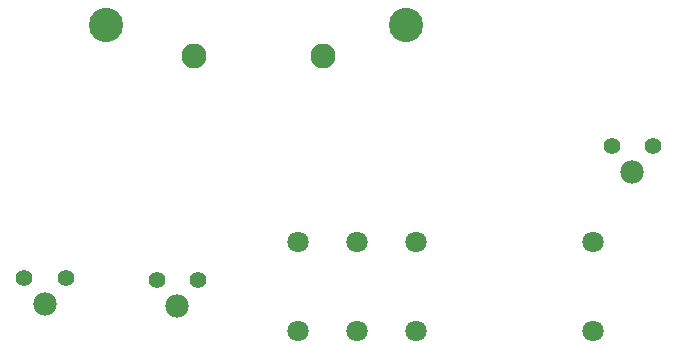
<source format=gbr>
G04 #@! TF.FileFunction,Soldermask,Top*
%FSLAX46Y46*%
G04 Gerber Fmt 4.6, Leading zero omitted, Abs format (unit mm)*
G04 Created by KiCad (PCBNEW 4.0.7-e2-6376~58~ubuntu16.04.1) date Mon Apr 30 20:59:08 2018*
%MOMM*%
%LPD*%
G01*
G04 APERTURE LIST*
%ADD10C,0.100000*%
%ADD11C,1.397000*%
%ADD12C,1.981000*%
%ADD13C,1.800000*%
%ADD14C,2.120000*%
%ADD15C,2.900000*%
G04 APERTURE END LIST*
D10*
D11*
X140014900Y-101198800D03*
X136514900Y-101198800D03*
D12*
X138264900Y-103428800D03*
D13*
X153482000Y-105544000D03*
X153482000Y-98044000D03*
X158482000Y-98044000D03*
X173482000Y-98044000D03*
X173482000Y-105544000D03*
X158482000Y-105544000D03*
X148482000Y-98044000D03*
X148482000Y-105544000D03*
D11*
X128813500Y-101059100D03*
X125313500Y-101059100D03*
D12*
X127063500Y-103289100D03*
D11*
X178536600Y-89865200D03*
X175036600Y-89865200D03*
D12*
X176786600Y-92095200D03*
D14*
X139700000Y-82296000D03*
X150600000Y-82296000D03*
D15*
X132207000Y-79626000D03*
X157607000Y-79626000D03*
M02*

</source>
